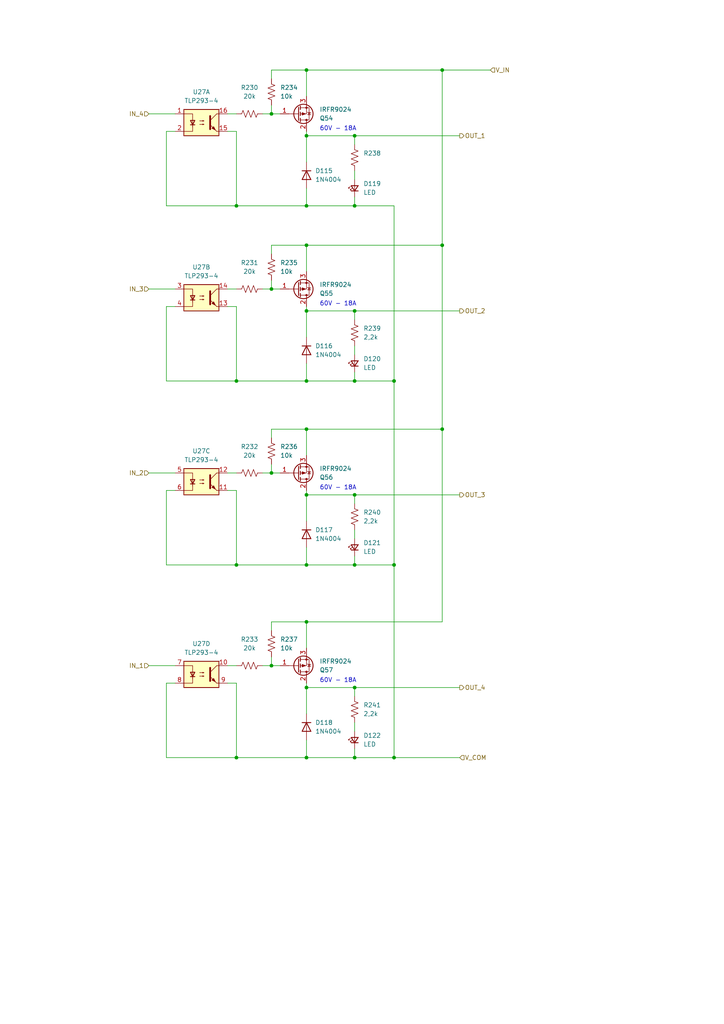
<source format=kicad_sch>
(kicad_sch (version 20231120) (generator "eeschema") (generator_version "8.0")
  (paper "A4" portrait)
  (title_block (title "Module Puissance 4 Sorties") (date "2025-02-15"))
  (lib_symbols
    (symbol "Device:LED_Small" (pin_numbers hide) (pin_names (offset 0.254) hide)
      (property "Reference" "D" (at -1.27 3.175 0))
      (property "Value" "LED_Small" (at -4.445 -2.54 0))
      (symbol "LED_Small_0_1"
        (polyline (pts (xy -0.762 -1.016) (xy -0.762 1.016)) (stroke (width 0.254)))
        (polyline (pts (xy 1.016 0) (xy -0.762 0)))
        (polyline (pts (xy 0.762 -1.016) (xy -0.762 0) (xy 0.762 1.016) (xy 0.762 -1.016)) (stroke (width 0.254)))
        (polyline (pts (xy 0 0.762) (xy -0.508 1.27) (xy -0.254 1.27) (xy -0.508 1.27) (xy -0.508 1.016)))
        (polyline (pts (xy 0.508 1.27) (xy 0 1.778) (xy 0.254 1.778) (xy 0 1.778) (xy 0 1.524)))
      )
      (symbol "LED_Small_1_1"
        (pin passive line (at -2.54 0 0) (length 1.778) (name "K") (number "1"))
        (pin passive line (at 2.54 0 180) (length 1.778) (name "A") (number "2"))
      )
    )
    (symbol "Device:R_US" (pin_numbers hide) (pin_names (offset 0))
      (property "Reference" "R" (at 2.54 0 90))
      (property "Value" "R_US" (at -2.54 0 90))
      (symbol "R_US_0_1"
        (polyline (pts (xy 0 -2.286) (xy 0 -2.54)))
        (polyline (pts (xy 0 2.286) (xy 0 2.54)))
        (polyline (pts (xy 0 -0.762) (xy 1.016 -1.143) (xy 0 -1.524) (xy -1.016 -1.905) (xy 0 -2.286)))
        (polyline (pts (xy 0 0.762) (xy 1.016 0.381) (xy 0 0) (xy -1.016 -0.381) (xy 0 -0.762)))
        (polyline (pts (xy 0 2.286) (xy 1.016 1.905) (xy 0 1.524) (xy -1.016 1.143) (xy 0 0.762)))
      )
      (symbol "R_US_1_1"
        (pin passive line (at 0 3.81 270) (length 1.27) (name "~") (number "1"))
        (pin passive line (at 0 -3.81 90) (length 1.27) (name "~") (number "2"))
      )
    )
    (symbol "Diode:1N4004" (pin_numbers hide) (pin_names hide)
      (property "Reference" "D" (at 0 2.54 0))
      (property "Value" "1N4004" (at 0 -2.54 0))
      (symbol "1N4004_0_1"
        (polyline (pts (xy -1.27 1.27) (xy -1.27 -1.27)) (stroke (width 0.254)))
        (polyline (pts (xy 1.27 0) (xy -1.27 0)))
        (polyline (pts (xy 1.27 1.27) (xy 1.27 -1.27) (xy -1.27 0) (xy 1.27 1.27)) (stroke (width 0.254)))
      )
      (symbol "1N4004_1_1"
        (pin passive line (at -3.81 0 0) (length 2.54) (name "K") (number "1"))
        (pin passive line (at 3.81 0 180) (length 2.54) (name "A") (number "2"))
      )
    )
    (symbol "Isolator:LTV-847M" (pin_names (offset 1.016))
      (property "Reference" "U" (at -3.81 5.08 0))
      (property "Value" "LTV-847M" (at 0 -5.08 0))
      (symbol "LTV-847M_0_1"
        (rectangle (start -5.08 3.81) (end 5.08 -3.81) (stroke (width 0.254)) (fill (type background)))
        (polyline (pts (xy -3.175 -0.635) (xy -1.905 -0.635)) (stroke (width 0.254)))
        (polyline (pts (xy 2.54 0.635) (xy 4.445 2.54)))
        (polyline (pts (xy 4.445 -2.54) (xy 2.54 -0.635)) (fill (type outline)))
        (polyline (pts (xy 4.445 -2.54) (xy 5.08 -2.54)))
        (polyline (pts (xy 4.445 2.54) (xy 5.08 2.54)))
        (polyline (pts (xy -2.54 -0.635) (xy -2.54 -2.54) (xy -5.08 -2.54)))
        (polyline (pts (xy 2.54 1.905) (xy 2.54 -1.905) (xy 2.54 -1.905)) (stroke (width 0.508)))
        (polyline (pts (xy -5.08 2.54) (xy -2.54 2.54) (xy -2.54 -1.27) (xy -2.54 0.635)))
        (polyline (pts (xy -2.54 -0.635) (xy -3.175 0.635) (xy -1.905 0.635) (xy -2.54 -0.635)) (stroke (width 0.254)))
        (polyline (pts (xy -0.508 -0.508) (xy 0.762 -0.508) (xy 0.381 -0.635) (xy 0.381 -0.381) (xy 0.762 -0.508)))
        (polyline (pts (xy -0.508 0.508) (xy 0.762 0.508) (xy 0.381 0.381) (xy 0.381 0.635) (xy 0.762 0.508)))
        (polyline (pts (xy 3.048 -1.651) (xy 3.556 -1.143) (xy 4.064 -2.159) (xy 3.048 -1.651) (xy 3.048 -1.651)) (fill (type outline)))
      )
      (symbol "LTV-847M_1_1"
        (pin passive line (at -7.62 2.54 0) (length 2.54) (name "~") (number "1"))
        (pin passive line (at 7.62 -2.54 180) (length 2.54) (name "~") (number "15"))
        (pin passive line (at 7.62 2.54 180) (length 2.54) (name "~") (number "16"))
        (pin passive line (at -7.62 -2.54 0) (length 2.54) (name "~") (number "2"))
      )
      (symbol "LTV-847M_2_1"
        (pin passive line (at 7.62 -2.54 180) (length 2.54) (name "~") (number "13"))
        (pin passive line (at 7.62 2.54 180) (length 2.54) (name "~") (number "14"))
        (pin passive line (at -7.62 2.54 0) (length 2.54) (name "~") (number "3"))
        (pin passive line (at -7.62 -2.54 0) (length 2.54) (name "~") (number "4"))
      )
      (symbol "LTV-847M_3_1"
        (pin passive line (at 7.62 -2.54 180) (length 2.54) (name "~") (number "11"))
        (pin passive line (at 7.62 2.54 180) (length 2.54) (name "~") (number "12"))
        (pin passive line (at -7.62 2.54 0) (length 2.54) (name "~") (number "5"))
        (pin passive line (at -7.62 -2.54 0) (length 2.54) (name "~") (number "6"))
      )
      (symbol "LTV-847M_4_1"
        (pin passive line (at 7.62 2.54 180) (length 2.54) (name "~") (number "10"))
        (pin passive line (at -7.62 2.54 0) (length 2.54) (name "~") (number "7"))
        (pin passive line (at -7.62 -2.54 0) (length 2.54) (name "~") (number "8"))
        (pin passive line (at 7.62 -2.54 180) (length 2.54) (name "~") (number "9"))
      )
    )
    (symbol "Transistor_FET:IRF4905" (pin_names hide)
      (property "Reference" "Q" (at 5.08 1.905 0))
      (property "Value" "IRF4905" (at 5.08 0 0))
      (symbol "IRF4905_0_1"
        (polyline (pts (xy 0.254 0) (xy -2.54 0)))
        (polyline (pts (xy 0.254 1.905) (xy 0.254 -1.905)) (stroke (width 0.254)))
        (polyline (pts (xy 0.762 -1.27) (xy 0.762 -2.286)) (stroke (width 0.254)))
        (polyline (pts (xy 0.762 0.508) (xy 0.762 -0.508)) (stroke (width 0.254)))
        (polyline (pts (xy 0.762 2.286) (xy 0.762 1.27)) (stroke (width 0.254)))
        (polyline (pts (xy 2.54 2.54) (xy 2.54 1.778)))
        (polyline (pts (xy 2.54 -2.54) (xy 2.54 0) (xy 0.762 0)))
        (polyline (pts (xy 0.762 1.778) (xy 3.302 1.778) (xy 3.302 -1.778) (xy 0.762 -1.778)))
        (polyline (pts (xy 2.286 0) (xy 1.27 0.381) (xy 1.27 -0.381) (xy 2.286 0)) (fill (type outline)))
        (polyline (pts (xy 2.794 -0.508) (xy 2.921 -0.381) (xy 3.683 -0.381) (xy 3.81 -0.254)))
        (polyline (pts (xy 3.302 -0.381) (xy 2.921 0.254) (xy 3.683 0.254) (xy 3.302 -0.381)))
        (circle (center 1.651 0) (radius 2.794) (stroke (width 0.254)))
        (circle (center 2.54 -1.778) (radius 0.254) (fill (type outline)))
        (circle (center 2.54 1.778) (radius 0.254) (fill (type outline)))
      )
      (symbol "IRF4905_1_1"
        (pin input line (at -5.08 0 0) (length 2.54) (name "G") (number "1"))
        (pin passive line (at 2.54 5.08 270) (length 2.54) (name "D") (number "2"))
        (pin passive line (at 2.54 -5.08 90) (length 2.54) (name "S") (number "3"))
      )
    )
  )
  (junction (at 68.58 163.83))
  (junction (at 102.87 39.37))
  (junction (at 128.27 20.32))
  (junction (at 78.74 83.82))
  (junction (at 88.9 124.46))
  (junction (at 88.9 219.71))
  (junction (at 102.87 199.39))
  (junction (at 114.3 219.71))
  (junction (at 88.9 163.83))
  (junction (at 102.87 143.51))
  (junction (at 88.9 59.69))
  (junction (at 78.74 33.02))
  (junction (at 88.9 143.51))
  (junction (at 114.3 110.49))
  (junction (at 128.27 124.46))
  (junction (at 102.87 59.69))
  (junction (at 88.9 199.39))
  (junction (at 114.3 163.83))
  (junction (at 78.74 193.04))
  (junction (at 68.58 59.69))
  (junction (at 88.9 39.37))
  (junction (at 102.87 90.17))
  (junction (at 68.58 110.49))
  (junction (at 128.27 71.12))
  (junction (at 68.58 219.71))
  (junction (at 102.87 110.49))
  (junction (at 78.74 137.16))
  (junction (at 102.87 219.71))
  (junction (at 88.9 71.12))
  (junction (at 88.9 110.49))
  (junction (at 88.9 90.17))
  (junction (at 88.9 180.34))
  (junction (at 88.9 20.32))
  (junction (at 102.87 163.83))
  (wire (pts (xy 102.87 110.49) (xy 114.3 110.49)))
  (wire (pts (xy 50.8 198.12) (xy 48.26 198.12)))
  (wire (pts (xy 48.26 163.83) (xy 68.58 163.83)))
  (wire (pts (xy 88.9 110.49) (xy 102.87 110.49)))
  (wire (pts (xy 88.9 71.12) (xy 88.9 78.74)))
  (wire (pts (xy 102.87 49.53) (xy 102.87 52.07)))
  (wire (pts (xy 102.87 107.95) (xy 102.87 110.49)))
  (wire (pts (xy 78.74 180.34) (xy 88.9 180.34)))
  (wire (pts (xy 76.2 33.02) (xy 78.74 33.02)))
  (wire (pts (xy 78.74 190.5) (xy 78.74 193.04)))
  (wire (pts (xy 88.9 180.34) (xy 128.27 180.34)))
  (wire (pts (xy 88.9 219.71) (xy 102.87 219.71)))
  (wire (pts (xy 102.87 143.51) (xy 102.87 146.05)))
  (wire (pts (xy 68.58 142.24) (xy 68.58 163.83)))
  (wire (pts (xy 88.9 20.32) (xy 88.9 27.94)))
  (wire (pts (xy 78.74 71.12) (xy 88.9 71.12)))
  (wire (pts (xy 66.04 38.1) (xy 68.58 38.1)))
  (wire (pts (xy 88.9 54.61) (xy 88.9 59.69)))
  (wire (pts (xy 88.9 199.39) (xy 88.9 207.01)))
  (wire (pts (xy 128.27 71.12) (xy 128.27 124.46)))
  (wire (pts (xy 128.27 180.34) (xy 128.27 124.46)))
  (wire (pts (xy 102.87 57.15) (xy 102.87 59.69)))
  (wire (pts (xy 50.8 142.24) (xy 48.26 142.24)))
  (wire (pts (xy 50.8 38.1) (xy 48.26 38.1)))
  (wire (pts (xy 68.58 38.1) (xy 68.58 59.69)))
  (wire (pts (xy 102.87 209.55) (xy 102.87 212.09)))
  (wire (pts (xy 43.18 193.04) (xy 50.8 193.04)))
  (wire (pts (xy 43.18 33.02) (xy 50.8 33.02)))
  (wire (pts (xy 102.87 153.67) (xy 102.87 156.21)))
  (wire (pts (xy 48.26 38.1) (xy 48.26 59.69)))
  (wire (pts (xy 48.26 142.24) (xy 48.26 163.83)))
  (wire (pts (xy 78.74 20.32) (xy 78.74 22.86)))
  (wire (pts (xy 114.3 163.83) (xy 114.3 219.71)))
  (wire (pts (xy 102.87 217.17) (xy 102.87 219.71)))
  (wire (pts (xy 114.3 163.83) (xy 114.3 110.49)))
  (wire (pts (xy 78.74 83.82) (xy 81.28 83.82)))
  (wire (pts (xy 88.9 142.24) (xy 88.9 143.51)))
  (wire (pts (xy 102.87 219.71) (xy 114.3 219.71)))
  (wire (pts (xy 66.04 193.04) (xy 68.58 193.04)))
  (wire (pts (xy 76.2 137.16) (xy 78.74 137.16)))
  (wire (pts (xy 78.74 180.34) (xy 78.74 182.88)))
  (wire (pts (xy 102.87 143.51) (xy 133.35 143.51)))
  (wire (pts (xy 78.74 30.48) (xy 78.74 33.02)))
  (wire (pts (xy 88.9 163.83) (xy 102.87 163.83)))
  (wire (pts (xy 88.9 214.63) (xy 88.9 219.71)))
  (wire (pts (xy 76.2 193.04) (xy 78.74 193.04)))
  (wire (pts (xy 102.87 39.37) (xy 133.35 39.37)))
  (wire (pts (xy 128.27 124.46) (xy 88.9 124.46)))
  (wire (pts (xy 76.2 83.82) (xy 78.74 83.82)))
  (wire (pts (xy 102.87 163.83) (xy 114.3 163.83)))
  (wire (pts (xy 68.58 59.69) (xy 88.9 59.69)))
  (wire (pts (xy 102.87 59.69) (xy 114.3 59.69)))
  (wire (pts (xy 88.9 180.34) (xy 88.9 187.96)))
  (wire (pts (xy 88.9 90.17) (xy 88.9 97.79)))
  (wire (pts (xy 88.9 105.41) (xy 88.9 110.49)))
  (wire (pts (xy 66.04 137.16) (xy 68.58 137.16)))
  (wire (pts (xy 78.74 33.02) (xy 81.28 33.02)))
  (wire (pts (xy 68.58 198.12) (xy 68.58 219.71)))
  (wire (pts (xy 88.9 39.37) (xy 88.9 46.99)))
  (wire (pts (xy 128.27 20.32) (xy 142.24 20.32)))
  (wire (pts (xy 102.87 100.33) (xy 102.87 102.87)))
  (wire (pts (xy 78.74 81.28) (xy 78.74 83.82)))
  (wire (pts (xy 102.87 90.17) (xy 133.35 90.17)))
  (wire (pts (xy 66.04 142.24) (xy 68.58 142.24)))
  (wire (pts (xy 66.04 198.12) (xy 68.58 198.12)))
  (wire (pts (xy 102.87 199.39) (xy 133.35 199.39)))
  (wire (pts (xy 88.9 90.17) (xy 102.87 90.17)))
  (wire (pts (xy 78.74 124.46) (xy 78.74 127)))
  (wire (pts (xy 66.04 33.02) (xy 68.58 33.02)))
  (wire (pts (xy 78.74 137.16) (xy 81.28 137.16)))
  (wire (pts (xy 88.9 199.39) (xy 102.87 199.39)))
  (wire (pts (xy 102.87 199.39) (xy 102.87 201.93)))
  (wire (pts (xy 88.9 143.51) (xy 88.9 151.13)))
  (wire (pts (xy 43.18 137.16) (xy 50.8 137.16)))
  (wire (pts (xy 48.26 110.49) (xy 68.58 110.49)))
  (wire (pts (xy 48.26 88.9) (xy 48.26 110.49)))
  (wire (pts (xy 88.9 59.69) (xy 102.87 59.69)))
  (wire (pts (xy 66.04 83.82) (xy 68.58 83.82)))
  (wire (pts (xy 78.74 193.04) (xy 81.28 193.04)))
  (wire (pts (xy 48.26 198.12) (xy 48.26 219.71)))
  (wire (pts (xy 88.9 88.9) (xy 88.9 90.17)))
  (wire (pts (xy 88.9 71.12) (xy 128.27 71.12)))
  (wire (pts (xy 102.87 161.29) (xy 102.87 163.83)))
  (wire (pts (xy 43.18 83.82) (xy 50.8 83.82)))
  (wire (pts (xy 88.9 38.1) (xy 88.9 39.37)))
  (wire (pts (xy 88.9 198.12) (xy 88.9 199.39)))
  (wire (pts (xy 68.58 219.71) (xy 88.9 219.71)))
  (wire (pts (xy 50.8 88.9) (xy 48.26 88.9)))
  (wire (pts (xy 68.58 88.9) (xy 68.58 110.49)))
  (wire (pts (xy 48.26 219.71) (xy 68.58 219.71)))
  (wire (pts (xy 114.3 219.71) (xy 133.35 219.71)))
  (wire (pts (xy 102.87 90.17) (xy 102.87 92.71)))
  (wire (pts (xy 88.9 20.32) (xy 128.27 20.32)))
  (wire (pts (xy 68.58 110.49) (xy 88.9 110.49)))
  (wire (pts (xy 128.27 20.32) (xy 128.27 71.12)))
  (wire (pts (xy 88.9 158.75) (xy 88.9 163.83)))
  (wire (pts (xy 78.74 71.12) (xy 78.74 73.66)))
  (wire (pts (xy 78.74 124.46) (xy 88.9 124.46)))
  (wire (pts (xy 88.9 143.51) (xy 102.87 143.51)))
  (wire (pts (xy 102.87 39.37) (xy 102.87 41.91)))
  (wire (pts (xy 66.04 88.9) (xy 68.58 88.9)))
  (wire (pts (xy 78.74 20.32) (xy 88.9 20.32)))
  (wire (pts (xy 88.9 39.37) (xy 102.87 39.37)))
  (wire (pts (xy 48.26 59.69) (xy 68.58 59.69)))
  (wire (pts (xy 68.58 163.83) (xy 88.9 163.83)))
  (wire (pts (xy 78.74 134.62) (xy 78.74 137.16)))
  (wire (pts (xy 88.9 124.46) (xy 88.9 132.08)))
  (wire (pts (xy 114.3 110.49) (xy 114.3 59.69)))
  (text "60V - 18A" (at 92.71 88.9 0) (effects (font (size 1.27 1.27)) (justify left bottom)))
  (text "60V - 18A" (at 92.71 38.1 0) (effects (font (size 1.27 1.27)) (justify left bottom)))
  (text "60V - 18A" (at 92.71 198.12 0) (effects (font (size 1.27 1.27)) (justify left bottom)))
  (text "60V - 18A" (at 92.71 142.24 0) (effects (font (size 1.27 1.27)) (justify left bottom)))
  (hierarchical_label "IN_3" (shape input) (at 43.18 83.82 180))
  (hierarchical_label "OUT_3" (shape output) (at 133.35 143.51 0))
  (hierarchical_label "IN_4" (shape input) (at 43.18 33.02 180))
  (hierarchical_label "IN_2" (shape input) (at 43.18 137.16 180))
  (hierarchical_label "OUT_1" (shape output) (at 133.35 39.37 0))
  (hierarchical_label "V_COM" (shape input) (at 133.35 219.71 0))
  (hierarchical_label "OUT_2" (shape output) (at 133.35 90.17 0))
  (hierarchical_label "OUT_4" (shape output) (at 133.35 199.39 0))
  (hierarchical_label "IN_1" (shape input) (at 43.18 193.04 180))
  (hierarchical_label "V_IN" (shape input) (at 142.24 20.32 0))
  (symbol (lib_id "Transistor_FET:IRF4905") (at 86.36 193.04 0) (mirror x) (unit 1)
    (property "Reference" "Q57" (at 92.71 194.3101 0) (effects (justify left)))
    (property "Value" "IRFR9024" (at 92.71 191.7701 0) (effects (justify left)))
    (property "Footprint" "Package_TO_SOT_SMD:TO-252-2" (effects (hide yes)))
    (property "Datasheet" "http://www.infineon.com/dgdl/irf4905.pdf?fileId=5546d462533600a4015355e32165197c" (effects (hide yes)))
    (property "Description" "-74A Id, -55V Vds, Single P-Channel HEXFET Power MOSFET, 20mOhm Ron, TO-220AB" (effects (hide yes)))
    (instances (project "64_Outs" (path "" (reference "Q57") (unit 1)) (path "" (reference "Q41") (unit 1)) (path "" (reference "Q45") (unit 1)) (path "" (reference "Q25") (unit 1)) (path "" (reference "Q13") (unit 1)) (path "" (reference "Q61") (unit 1)) (path "" (reference "Q29") (unit 1)) (path "" (reference "Q5") (unit 1)) (path "" (reference "Q49") (unit 1)) (path "" (reference "Q33") (unit 1)) (path "" (reference "Q37") (unit 1)) (path "" (reference "Q17") (unit 1)) (path "" (reference "Q9") (unit 1)) (path "" (reference "Q53") (unit 1)) (path "" (reference "Q21") (unit 1)) (path "" (reference "Q65") (unit 1))))
  )
  (symbol (lib_id "Device:LED_Small") (at 102.87 214.63 90) (unit 1)
    (property "Reference" "D122" (at 105.41 213.2964 90) (effects (justify right)))
    (property "Value" "LED" (at 105.41 215.8364 90) (effects (justify right)))
    (property "Footprint" "LED_SMD:LED_PLCC-2_3.4x3.0mm_AK" (effects (hide yes)))
    (property "Description" "Light emitting diode, small symbol" (effects (hide yes)))
    (instances (project "64_Outs" (path "" (reference "D122") (unit 1)) (path "" (reference "D90") (unit 1)) (path "" (reference "D98") (unit 1)) (path "" (reference "D58") (unit 1)) (path "" (reference "D34") (unit 1)) (path "" (reference "D130") (unit 1)) (path "" (reference "D66") (unit 1)) (path "" (reference "D18") (unit 1)) (path "" (reference "D106") (unit 1)) (path "" (reference "D74") (unit 1)) (path "" (reference "D82") (unit 1)) (path "" (reference "D42") (unit 1)) (path "" (reference "D26") (unit 1)) (path "" (reference "D114") (unit 1)) (path "" (reference "D50") (unit 1)) (path "" (reference "D138") (unit 1))))
  )
  (symbol (lib_id "Diode:1N4004") (at 88.9 50.8 270) (unit 1)
    (property "Reference" "D115" (at 91.44 49.53 90) (effects (justify left)))
    (property "Value" "1N4004" (at 91.44 52.07 90) (effects (justify left)))
    (property "Footprint" "Diode_THT:D_DO-41_SOD81_P10.16mm_Horizontal" (effects (hide yes)))
    (property "Datasheet" "http://www.vishay.com/docs/88503/1n4001.pdf" (effects (hide yes)))
    (property "Description" "400V 1A General Purpose Rectifier Diode, DO-41" (effects (hide yes)))
    (property "Sim.Device" "D" (effects (hide yes)))
    (property "Sim.Pins" "1=K 2=A" (effects (hide yes)))
    (instances (project "64_Outs" (path "" (reference "D115") (unit 1)) (path "" (reference "D83") (unit 1)) (path "" (reference "D91") (unit 1)) (path "" (reference "D51") (unit 1)) (path "" (reference "D27") (unit 1)) (path "" (reference "D123") (unit 1)) (path "" (reference "D59") (unit 1)) (path "" (reference "D11") (unit 1)) (path "" (reference "D99") (unit 1)) (path "" (reference "D67") (unit 1)) (path "" (reference "D75") (unit 1)) (path "" (reference "D35") (unit 1)) (path "" (reference "D19") (unit 1)) (path "" (reference "D107") (unit 1)) (path "" (reference "D43") (unit 1)) (path "" (reference "D131") (unit 1))))
  )
  (symbol (lib_id "Isolator:LTV-847M") (at 58.42 86.36 0) (unit 2)
    (property "Reference" "U27" (at 58.42 77.47 0))
    (property "Value" "TLP293-4" (at 58.42 80.01 0))
    (property "Footprint" "Package_SO:SSOP-16_4.4x5.2mm_P0.65mm" (effects (hide yes)))
    (property "Datasheet" "http://www.us.liteon.com/downloads/LTV-817-827-847.PDF" (effects (hide yes)))
    (property "Description" "DC Optocoupler, Vce 35V, CTR 50%, DIP-16" (effects (hide yes)))
    (instances (project "" (path "" (reference "U27") (unit 2)) (path "" (reference "U23") (unit 2)) (path "" (reference "U24") (unit 2)) (path "" (reference "U19") (unit 2)) (path "" (reference "U16") (unit 2)) (path "" (reference "U28") (unit 2)) (path "" (reference "U20") (unit 2)) (path "" (reference "U14") (unit 2)) (path "" (reference "U25") (unit 2)) (path "" (reference "U21") (unit 2)) (path "" (reference "U22") (unit 2)) (path "" (reference "U17") (unit 2)) (path "" (reference "U15") (unit 2)) (path "" (reference "U26") (unit 2)) (path "" (reference "U18") (unit 2)) (path "" (reference "U29") (unit 2))))
  )
  (symbol (lib_id "Diode:1N4004") (at 88.9 101.6 270) (unit 1)
    (property "Reference" "D116" (at 91.44 100.33 90) (effects (justify left)))
    (property "Value" "1N4004" (at 91.44 102.87 90) (effects (justify left)))
    (property "Footprint" "Diode_THT:D_DO-41_SOD81_P10.16mm_Horizontal" (effects (hide yes)))
    (property "Datasheet" "http://www.vishay.com/docs/88503/1n4001.pdf" (effects (hide yes)))
    (property "Description" "400V 1A General Purpose Rectifier Diode, DO-41" (effects (hide yes)))
    (property "Sim.Device" "D" (effects (hide yes)))
    (property "Sim.Pins" "1=K 2=A" (effects (hide yes)))
    (instances (project "64_Outs" (path "" (reference "D116") (unit 1)) (path "" (reference "D84") (unit 1)) (path "" (reference "D92") (unit 1)) (path "" (reference "D52") (unit 1)) (path "" (reference "D28") (unit 1)) (path "" (reference "D124") (unit 1)) (path "" (reference "D60") (unit 1)) (path "" (reference "D12") (unit 1)) (path "" (reference "D100") (unit 1)) (path "" (reference "D68") (unit 1)) (path "" (reference "D76") (unit 1)) (path "" (reference "D36") (unit 1)) (path "" (reference "D20") (unit 1)) (path "" (reference "D108") (unit 1)) (path "" (reference "D44") (unit 1)) (path "" (reference "D132") (unit 1))))
  )
  (symbol (lib_id "Device:R_US") (at 78.74 130.81 0) (unit 1)
    (property "Reference" "R236" (at 81.28 129.5399 0) (effects (justify left)))
    (property "Value" "10k" (at 81.28 132.0799 0) (effects (justify left)))
    (property "Footprint" "Resistor_THT:R_Axial_DIN0207_L6.3mm_D2.5mm_P10.16mm_Horizontal" (effects (hide yes)))
    (property "Description" "Resistor, US symbol" (effects (hide yes)))
    (instances (project "64_Outs" (path "" (reference "R236") (unit 1)) (path "" (reference "R172") (unit 1)) (path "" (reference "R188") (unit 1)) (path "" (reference "R108") (unit 1)) (path "" (reference "R60") (unit 1)) (path "" (reference "R252") (unit 1)) (path "" (reference "R124") (unit 1)) (path "" (reference "R28") (unit 1)) (path "" (reference "R204") (unit 1)) (path "" (reference "R140") (unit 1)) (path "" (reference "R156") (unit 1)) (path "" (reference "R76") (unit 1)) (path "" (reference "R44") (unit 1)) (path "" (reference "R220") (unit 1)) (path "" (reference "R92") (unit 1)) (path "" (reference "R268") (unit 1))))
  )
  (symbol (lib_id "Isolator:LTV-847M") (at 58.42 35.56 0) (unit 1)
    (property "Reference" "U27" (at 58.42 26.67 0))
    (property "Value" "TLP293-4" (at 58.42 29.21 0))
    (property "Footprint" "Package_SO:SSOP-16_4.4x5.2mm_P0.65mm" (effects (hide yes)))
    (property "Datasheet" "http://www.us.liteon.com/downloads/LTV-817-827-847.PDF" (effects (hide yes)))
    (property "Description" "DC Optocoupler, Vce 35V, CTR 50%, DIP-16" (effects (hide yes)))
    (instances (project "" (path "" (reference "U27") (unit 1)) (path "" (reference "U23") (unit 1)) (path "" (reference "U24") (unit 1)) (path "" (reference "U19") (unit 1)) (path "" (reference "U16") (unit 1)) (path "" (reference "U28") (unit 1)) (path "" (reference "U20") (unit 1)) (path "" (reference "U14") (unit 1)) (path "" (reference "U25") (unit 1)) (path "" (reference "U21") (unit 1)) (path "" (reference "U22") (unit 1)) (path "" (reference "U17") (unit 1)) (path "" (reference "U15") (unit 1)) (path "" (reference "U26") (unit 1)) (path "" (reference "U18") (unit 1)) (path "" (reference "U29") (unit 1))))
  )
  (symbol (lib_id "Device:R_US") (at 102.87 45.72 0) (unit 1)
    (property "Reference" "R238" (at 105.41 44.4499 0) (effects (justify left)))
    (property "Value" "2,2k" (effects (hide yes)))
    (property "Footprint" "Resistor_THT:R_Axial_DIN0207_L6.3mm_D2.5mm_P10.16mm_Horizontal" (effects (hide yes)))
    (property "Description" "Resistor, US symbol" (effects (hide yes)))
    (instances (project "64_Outs" (path "" (reference "R238") (unit 1)) (path "" (reference "R174") (unit 1)) (path "" (reference "R190") (unit 1)) (path "" (reference "R110") (unit 1)) (path "" (reference "R62") (unit 1)) (path "" (reference "R254") (unit 1)) (path "" (reference "R126") (unit 1)) (path "" (reference "R30") (unit 1)) (path "" (reference "R206") (unit 1)) (path "" (reference "R142") (unit 1)) (path "" (reference "R158") (unit 1)) (path "" (reference "R78") (unit 1)) (path "" (reference "R46") (unit 1)) (path "" (reference "R222") (unit 1)) (path "" (reference "R94") (unit 1)) (path "" (reference "R270") (unit 1))))
  )
  (symbol (lib_id "Device:R_US") (at 102.87 149.86 0) (unit 1)
    (property "Reference" "R240" (at 105.41 148.5899 0) (effects (justify left)))
    (property "Value" "2,2k" (at 105.41 151.1299 0) (effects (justify left)))
    (property "Footprint" "Resistor_THT:R_Axial_DIN0207_L6.3mm_D2.5mm_P10.16mm_Horizontal" (effects (hide yes)))
    (property "Description" "Resistor, US symbol" (effects (hide yes)))
    (instances (project "64_Outs" (path "" (reference "R240") (unit 1)) (path "" (reference "R176") (unit 1)) (path "" (reference "R192") (unit 1)) (path "" (reference "R112") (unit 1)) (path "" (reference "R64") (unit 1)) (path "" (reference "R256") (unit 1)) (path "" (reference "R128") (unit 1)) (path "" (reference "R32") (unit 1)) (path "" (reference "R208") (unit 1)) (path "" (reference "R144") (unit 1)) (path "" (reference "R160") (unit 1)) (path "" (reference "R80") (unit 1)) (path "" (reference "R48") (unit 1)) (path "" (reference "R224") (unit 1)) (path "" (reference "R96") (unit 1)) (path "" (reference "R272") (unit 1))))
  )
  (symbol (lib_id "Device:R_US") (at 78.74 186.69 0) (unit 1)
    (property "Reference" "R237" (at 81.28 185.4199 0) (effects (justify left)))
    (property "Value" "10k" (at 81.28 187.9599 0) (effects (justify left)))
    (property "Footprint" "Resistor_THT:R_Axial_DIN0207_L6.3mm_D2.5mm_P10.16mm_Horizontal" (effects (hide yes)))
    (property "Description" "Resistor, US symbol" (effects (hide yes)))
    (instances (project "64_Outs" (path "" (reference "R237") (unit 1)) (path "" (reference "R173") (unit 1)) (path "" (reference "R189") (unit 1)) (path "" (reference "R109") (unit 1)) (path "" (reference "R61") (unit 1)) (path "" (reference "R253") (unit 1)) (path "" (reference "R125") (unit 1)) (path "" (reference "R29") (unit 1)) (path "" (reference "R205") (unit 1)) (path "" (reference "R141") (unit 1)) (path "" (reference "R157") (unit 1)) (path "" (reference "R77") (unit 1)) (path "" (reference "R45") (unit 1)) (path "" (reference "R221") (unit 1)) (path "" (reference "R93") (unit 1)) (path "" (reference "R269") (unit 1))))
  )
  (symbol (lib_id "Device:R_US") (at 102.87 205.74 0) (unit 1)
    (property "Reference" "R241" (at 105.41 204.4699 0) (effects (justify left)))
    (property "Value" "2,2k" (at 105.41 207.0099 0) (effects (justify left)))
    (property "Footprint" "Resistor_THT:R_Axial_DIN0207_L6.3mm_D2.5mm_P10.16mm_Horizontal" (effects (hide yes)))
    (property "Description" "Resistor, US symbol" (effects (hide yes)))
    (instances (project "64_Outs" (path "" (reference "R241") (unit 1)) (path "" (reference "R177") (unit 1)) (path "" (reference "R193") (unit 1)) (path "" (reference "R113") (unit 1)) (path "" (reference "R65") (unit 1)) (path "" (reference "R257") (unit 1)) (path "" (reference "R129") (unit 1)) (path "" (reference "R33") (unit 1)) (path "" (reference "R209") (unit 1)) (path "" (reference "R145") (unit 1)) (path "" (reference "R161") (unit 1)) (path "" (reference "R81") (unit 1)) (path "" (reference "R49") (unit 1)) (path "" (reference "R225") (unit 1)) (path "" (reference "R97") (unit 1)) (path "" (reference "R273") (unit 1))))
  )
  (symbol (lib_id "Transistor_FET:IRF4905") (at 86.36 33.02 0) (mirror x) (unit 1)
    (property "Reference" "Q54" (at 92.71 34.2901 0) (effects (justify left)))
    (property "Value" "IRFR9024" (at 92.71 31.7501 0) (effects (justify left)))
    (property "Footprint" "Package_TO_SOT_SMD:TO-252-2" (effects (hide yes)))
    (property "Datasheet" "http://www.infineon.com/dgdl/irf4905.pdf?fileId=5546d462533600a4015355e32165197c" (effects (hide yes)))
    (property "Description" "-74A Id, -55V Vds, Single P-Channel HEXFET Power MOSFET, 20mOhm Ron, TO-220AB" (effects (hide yes)))
    (instances (project "" (path "" (reference "Q54") (unit 1)) (path "" (reference "Q38") (unit 1)) (path "" (reference "Q42") (unit 1)) (path "" (reference "Q22") (unit 1)) (path "" (reference "Q10") (unit 1)) (path "" (reference "Q58") (unit 1)) (path "" (reference "Q26") (unit 1)) (path "" (reference "Q2") (unit 1)) (path "" (reference "Q46") (unit 1)) (path "" (reference "Q30") (unit 1)) (path "" (reference "Q34") (unit 1)) (path "" (reference "Q14") (unit 1)) (path "" (reference "Q6") (unit 1)) (path "" (reference "Q50") (unit 1)) (path "" (reference "Q18") (unit 1)) (path "" (reference "Q62") (unit 1))))
  )
  (symbol (lib_id "Diode:1N4004") (at 88.9 154.94 270) (unit 1)
    (property "Reference" "D117" (at 91.44 153.67 90) (effects (justify left)))
    (property "Value" "1N4004" (at 91.44 156.21 90) (effects (justify left)))
    (property "Footprint" "Diode_THT:D_DO-41_SOD81_P10.16mm_Horizontal" (effects (hide yes)))
    (property "Datasheet" "http://www.vishay.com/docs/88503/1n4001.pdf" (effects (hide yes)))
    (property "Description" "400V 1A General Purpose Rectifier Diode, DO-41" (effects (hide yes)))
    (property "Sim.Device" "D" (effects (hide yes)))
    (property "Sim.Pins" "1=K 2=A" (effects (hide yes)))
    (instances (project "64_Outs" (path "" (reference "D117") (unit 1)) (path "" (reference "D85") (unit 1)) (path "" (reference "D93") (unit 1)) (path "" (reference "D53") (unit 1)) (path "" (reference "D29") (unit 1)) (path "" (reference "D125") (unit 1)) (path "" (reference "D61") (unit 1)) (path "" (reference "D13") (unit 1)) (path "" (reference "D101") (unit 1)) (path "" (reference "D69") (unit 1)) (path "" (reference "D77") (unit 1)) (path "" (reference "D37") (unit 1)) (path "" (reference "D21") (unit 1)) (path "" (reference "D109") (unit 1)) (path "" (reference "D45") (unit 1)) (path "" (reference "D133") (unit 1))))
  )
  (symbol (lib_id "Device:R_US") (at 72.39 193.04 270) (unit 1)
    (property "Reference" "R233" (at 72.39 185.42 90))
    (property "Value" "20k" (at 72.39 187.96 90))
    (property "Footprint" "Resistor_THT:R_Axial_DIN0207_L6.3mm_D2.5mm_P10.16mm_Horizontal" (effects (hide yes)))
    (property "Description" "Resistor, US symbol" (effects (hide yes)))
    (instances (project "64_Outs" (path "" (reference "R233") (unit 1)) (path "" (reference "R169") (unit 1)) (path "" (reference "R185") (unit 1)) (path "" (reference "R105") (unit 1)) (path "" (reference "R57") (unit 1)) (path "" (reference "R249") (unit 1)) (path "" (reference "R121") (unit 1)) (path "" (reference "R25") (unit 1)) (path "" (reference "R201") (unit 1)) (path "" (reference "R137") (unit 1)) (path "" (reference "R153") (unit 1)) (path "" (reference "R73") (unit 1)) (path "" (reference "R41") (unit 1)) (path "" (reference "R217") (unit 1)) (path "" (reference "R89") (unit 1)) (path "" (reference "R265") (unit 1))))
  )
  (symbol (lib_id "Device:R_US") (at 102.87 96.52 0) (unit 1)
    (property "Reference" "R239" (at 105.41 95.2499 0) (effects (justify left)))
    (property "Value" "2,2k" (at 105.41 97.7899 0) (effects (justify left)))
    (property "Footprint" "Resistor_THT:R_Axial_DIN0207_L6.3mm_D2.5mm_P10.16mm_Horizontal" (effects (hide yes)))
    (property "Description" "Resistor, US symbol" (effects (hide yes)))
    (instances (project "64_Outs" (path "" (reference "R239") (unit 1)) (path "" (reference "R175") (unit 1)) (path "" (reference "R191") (unit 1)) (path "" (reference "R111") (unit 1)) (path "" (reference "R63") (unit 1)) (path "" (reference "R255") (unit 1)) (path "" (reference "R127") (unit 1)) (path "" (reference "R31") (unit 1)) (path "" (reference "R207") (unit 1)) (path "" (reference "R143") (unit 1)) (path "" (reference "R159") (unit 1)) (path "" (reference "R79") (unit 1)) (path "" (reference "R47") (unit 1)) (path "" (reference "R223") (unit 1)) (path "" (reference "R95") (unit 1)) (path "" (reference "R271") (unit 1))))
  )
  (symbol (lib_id "Device:R_US") (at 78.74 26.67 0) (unit 1)
    (property "Reference" "R234" (at 81.28 25.3999 0) (effects (justify left)))
    (property "Value" "10k" (at 81.28 27.9399 0) (effects (justify left)))
    (property "Footprint" "Resistor_THT:R_Axial_DIN0207_L6.3mm_D2.5mm_P10.16mm_Horizontal" (effects (hide yes)))
    (property "Description" "Resistor, US symbol" (effects (hide yes)))
    (instances (project "64_Outs" (path "" (reference "R234") (unit 1)) (path "" (reference "R170") (unit 1)) (path "" (reference "R186") (unit 1)) (path "" (reference "R106") (unit 1)) (path "" (reference "R58") (unit 1)) (path "" (reference "R250") (unit 1)) (path "" (reference "R122") (unit 1)) (path "" (reference "R26") (unit 1)) (path "" (reference "R202") (unit 1)) (path "" (reference "R138") (unit 1)) (path "" (reference "R154") (unit 1)) (path "" (reference "R74") (unit 1)) (path "" (reference "R42") (unit 1)) (path "" (reference "R218") (unit 1)) (path "" (reference "R90") (unit 1)) (path "" (reference "R266") (unit 1))))
  )
  (symbol (lib_id "Device:LED_Small") (at 102.87 158.75 90) (unit 1)
    (property "Reference" "D121" (at 105.41 157.4164 90) (effects (justify right)))
    (property "Value" "LED" (at 105.41 159.9564 90) (effects (justify right)))
    (property "Footprint" "LED_SMD:LED_PLCC-2_3.4x3.0mm_AK" (effects (hide yes)))
    (property "Description" "Light emitting diode, small symbol" (effects (hide yes)))
    (instances (project "64_Outs" (path "" (reference "D121") (unit 1)) (path "" (reference "D89") (unit 1)) (path "" (reference "D97") (unit 1)) (path "" (reference "D57") (unit 1)) (path "" (reference "D33") (unit 1)) (path "" (reference "D129") (unit 1)) (path "" (reference "D65") (unit 1)) (path "" (reference "D17") (unit 1)) (path "" (reference "D105") (unit 1)) (path "" (reference "D73") (unit 1)) (path "" (reference "D81") (unit 1)) (path "" (reference "D41") (unit 1)) (path "" (reference "D25") (unit 1)) (path "" (reference "D113") (unit 1)) (path "" (reference "D49") (unit 1)) (path "" (reference "D137") (unit 1))))
  )
  (symbol (lib_id "Device:R_US") (at 72.39 137.16 270) (unit 1)
    (property "Reference" "R232" (at 72.39 129.54 90))
    (property "Value" "20k" (at 72.39 132.08 90))
    (property "Footprint" "Resistor_THT:R_Axial_DIN0207_L6.3mm_D2.5mm_P10.16mm_Horizontal" (effects (hide yes)))
    (property "Description" "Resistor, US symbol" (effects (hide yes)))
    (instances (project "64_Outs" (path "" (reference "R232") (unit 1)) (path "" (reference "R168") (unit 1)) (path "" (reference "R184") (unit 1)) (path "" (reference "R104") (unit 1)) (path "" (reference "R56") (unit 1)) (path "" (reference "R248") (unit 1)) (path "" (reference "R120") (unit 1)) (path "" (reference "R24") (unit 1)) (path "" (reference "R200") (unit 1)) (path "" (reference "R136") (unit 1)) (path "" (reference "R152") (unit 1)) (path "" (reference "R72") (unit 1)) (path "" (reference "R40") (unit 1)) (path "" (reference "R216") (unit 1)) (path "" (reference "R88") (unit 1)) (path "" (reference "R264") (unit 1))))
  )
  (symbol (lib_id "Device:R_US") (at 72.39 83.82 270) (unit 1)
    (property "Reference" "R231" (at 72.39 76.2 90))
    (property "Value" "20k" (at 72.39 78.74 90))
    (property "Footprint" "Resistor_THT:R_Axial_DIN0207_L6.3mm_D2.5mm_P10.16mm_Horizontal" (effects (hide yes)))
    (property "Description" "Resistor, US symbol" (effects (hide yes)))
    (instances (project "64_Outs" (path "" (reference "R231") (unit 1)) (path "" (reference "R167") (unit 1)) (path "" (reference "R183") (unit 1)) (path "" (reference "R103") (unit 1)) (path "" (reference "R55") (unit 1)) (path "" (reference "R247") (unit 1)) (path "" (reference "R119") (unit 1)) (path "" (reference "R23") (unit 1)) (path "" (reference "R199") (unit 1)) (path "" (reference "R135") (unit 1)) (path "" (reference "R151") (unit 1)) (path "" (reference "R71") (unit 1)) (path "" (reference "R39") (unit 1)) (path "" (reference "R215") (unit 1)) (path "" (reference "R87") (unit 1)) (path "" (reference "R263") (unit 1))))
  )
  (symbol (lib_id "Transistor_FET:IRF4905") (at 86.36 83.82 0) (mirror x) (unit 1)
    (property "Reference" "Q55" (at 92.71 85.0901 0) (effects (justify left)))
    (property "Value" "IRFR9024" (at 92.71 82.5501 0) (effects (justify left)))
    (property "Footprint" "Package_TO_SOT_SMD:TO-252-2" (effects (hide yes)))
    (property "Datasheet" "http://www.infineon.com/dgdl/irf4905.pdf?fileId=5546d462533600a4015355e32165197c" (effects (hide yes)))
    (property "Description" "-74A Id, -55V Vds, Single P-Channel HEXFET Power MOSFET, 20mOhm Ron, TO-220AB" (effects (hide yes)))
    (instances (project "64_Outs" (path "" (reference "Q55") (unit 1)) (path "" (reference "Q39") (unit 1)) (path "" (reference "Q43") (unit 1)) (path "" (reference "Q23") (unit 1)) (path "" (reference "Q11") (unit 1)) (path "" (reference "Q59") (unit 1)) (path "" (reference "Q27") (unit 1)) (path "" (reference "Q3") (unit 1)) (path "" (reference "Q47") (unit 1)) (path "" (reference "Q31") (unit 1)) (path "" (reference "Q35") (unit 1)) (path "" (reference "Q15") (unit 1)) (path "" (reference "Q7") (unit 1)) (path "" (reference "Q51") (unit 1)) (path "" (reference "Q19") (unit 1)) (path "" (reference "Q63") (unit 1))))
  )
  (symbol (lib_id "Isolator:LTV-847M") (at 58.42 139.7 0) (unit 3)
    (property "Reference" "U27" (at 58.42 130.81 0))
    (property "Value" "TLP293-4" (at 58.42 133.35 0))
    (property "Footprint" "Package_SO:SSOP-16_4.4x5.2mm_P0.65mm" (effects (hide yes)))
    (property "Datasheet" "http://www.us.liteon.com/downloads/LTV-817-827-847.PDF" (effects (hide yes)))
    (property "Description" "DC Optocoupler, Vce 35V, CTR 50%, DIP-16" (effects (hide yes)))
    (instances (project "" (path "" (reference "U27") (unit 3)) (path "" (reference "U23") (unit 3)) (path "" (reference "U24") (unit 3)) (path "" (reference "U19") (unit 3)) (path "" (reference "U16") (unit 3)) (path "" (reference "U28") (unit 3)) (path "" (reference "U20") (unit 3)) (path "" (reference "U14") (unit 3)) (path "" (reference "U25") (unit 3)) (path "" (reference "U21") (unit 3)) (path "" (reference "U22") (unit 3)) (path "" (reference "U17") (unit 3)) (path "" (reference "U15") (unit 3)) (path "" (reference "U26") (unit 3)) (path "" (reference "U18") (unit 3)) (path "" (reference "U29") (unit 3))))
  )
  (symbol (lib_id "Device:R_US") (at 72.39 33.02 270) (unit 1)
    (property "Reference" "R230" (at 72.39 25.4 90))
    (property "Value" "20k" (at 72.39 27.94 90))
    (property "Footprint" "Resistor_THT:R_Axial_DIN0207_L6.3mm_D2.5mm_P10.16mm_Horizontal" (effects (hide yes)))
    (property "Description" "Resistor, US symbol" (effects (hide yes)))
    (instances (project "64_Outs" (path "" (reference "R230") (unit 1)) (path "" (reference "R166") (unit 1)) (path "" (reference "R182") (unit 1)) (path "" (reference "R102") (unit 1)) (path "" (reference "R54") (unit 1)) (path "" (reference "R246") (unit 1)) (path "" (reference "R118") (unit 1)) (path "" (reference "R22") (unit 1)) (path "" (reference "R198") (unit 1)) (path "" (reference "R134") (unit 1)) (path "" (reference "R150") (unit 1)) (path "" (reference "R70") (unit 1)) (path "" (reference "R38") (unit 1)) (path "" (reference "R214") (unit 1)) (path "" (reference "R86") (unit 1)) (path "" (reference "R262") (unit 1))))
  )
  (symbol (lib_id "Device:LED_Small") (at 102.87 105.41 90) (unit 1)
    (property "Reference" "D120" (at 105.41 104.0764 90) (effects (justify right)))
    (property "Value" "LED" (at 105.41 106.6164 90) (effects (justify right)))
    (property "Footprint" "LED_SMD:LED_PLCC-2_3.4x3.0mm_AK" (effects (hide yes)))
    (property "Description" "Light emitting diode, small symbol" (effects (hide yes)))
    (instances (project "64_Outs" (path "" (reference "D120") (unit 1)) (path "" (reference "D88") (unit 1)) (path "" (reference "D96") (unit 1)) (path "" (reference "D56") (unit 1)) (path "" (reference "D32") (unit 1)) (path "" (reference "D128") (unit 1)) (path "" (reference "D64") (unit 1)) (path "" (reference "D16") (unit 1)) (path "" (reference "D104") (unit 1)) (path "" (reference "D72") (unit 1)) (path "" (reference "D80") (unit 1)) (path "" (reference "D40") (unit 1)) (path "" (reference "D24") (unit 1)) (path "" (reference "D112") (unit 1)) (path "" (reference "D48") (unit 1)) (path "" (reference "D136") (unit 1))))
  )
  (symbol (lib_id "Transistor_FET:IRF4905") (at 86.36 137.16 0) (mirror x) (unit 1)
    (property "Reference" "Q56" (at 92.71 138.4301 0) (effects (justify left)))
    (property "Value" "IRFR9024" (at 92.71 135.8901 0) (effects (justify left)))
    (property "Footprint" "Package_TO_SOT_SMD:TO-252-2" (effects (hide yes)))
    (property "Datasheet" "http://www.infineon.com/dgdl/irf4905.pdf?fileId=5546d462533600a4015355e32165197c" (effects (hide yes)))
    (property "Description" "-74A Id, -55V Vds, Single P-Channel HEXFET Power MOSFET, 20mOhm Ron, TO-220AB" (effects (hide yes)))
    (instances (project "64_Outs" (path "" (reference "Q56") (unit 1)) (path "" (reference "Q40") (unit 1)) (path "" (reference "Q44") (unit 1)) (path "" (reference "Q24") (unit 1)) (path "" (reference "Q12") (unit 1)) (path "" (reference "Q60") (unit 1)) (path "" (reference "Q28") (unit 1)) (path "" (reference "Q4") (unit 1)) (path "" (reference "Q48") (unit 1)) (path "" (reference "Q32") (unit 1)) (path "" (reference "Q36") (unit 1)) (path "" (reference "Q16") (unit 1)) (path "" (reference "Q8") (unit 1)) (path "" (reference "Q52") (unit 1)) (path "" (reference "Q20") (unit 1)) (path "" (reference "Q64") (unit 1))))
  )
  (symbol (lib_id "Device:LED_Small") (at 102.87 54.61 90) (unit 1)
    (property "Reference" "D119" (at 105.41 53.2764 90) (effects (justify right)))
    (property "Value" "LED" (at 105.41 55.8164 90) (effects (justify right)))
    (property "Footprint" "LED_SMD:LED_PLCC-2_3.4x3.0mm_AK" (effects (hide yes)))
    (property "Description" "Light emitting diode, small symbol" (effects (hide yes)))
    (instances (project "64_Outs" (path "" (reference "D119") (unit 1)) (path "" (reference "D87") (unit 1)) (path "" (reference "D95") (unit 1)) (path "" (reference "D55") (unit 1)) (path "" (reference "D31") (unit 1)) (path "" (reference "D127") (unit 1)) (path "" (reference "D63") (unit 1)) (path "" (reference "D15") (unit 1)) (path "" (reference "D103") (unit 1)) (path "" (reference "D71") (unit 1)) (path "" (reference "D79") (unit 1)) (path "" (reference "D39") (unit 1)) (path "" (reference "D23") (unit 1)) (path "" (reference "D111") (unit 1)) (path "" (reference "D47") (unit 1)) (path "" (reference "D135") (unit 1))))
  )
  (symbol (lib_id "Isolator:LTV-847M") (at 58.42 195.58 0) (unit 4)
    (property "Reference" "U27" (at 58.42 186.69 0))
    (property "Value" "TLP293-4" (at 58.42 189.23 0))
    (property "Footprint" "Package_SO:SSOP-16_4.4x5.2mm_P0.65mm" (effects (hide yes)))
    (property "Datasheet" "http://www.us.liteon.com/downloads/LTV-817-827-847.PDF" (effects (hide yes)))
    (property "Description" "DC Optocoupler, Vce 35V, CTR 50%, DIP-16" (effects (hide yes)))
    (instances (project "" (path "" (reference "U27") (unit 4)) (path "" (reference "U23") (unit 4)) (path "" (reference "U24") (unit 4)) (path "" (reference "U19") (unit 4)) (path "" (reference "U16") (unit 4)) (path "" (reference "U28") (unit 4)) (path "" (reference "U20") (unit 4)) (path "" (reference "U14") (unit 4)) (path "" (reference "U25") (unit 4)) (path "" (reference "U21") (unit 4)) (path "" (reference "U22") (unit 4)) (path "" (reference "U17") (unit 4)) (path "" (reference "U15") (unit 4)) (path "" (reference "U26") (unit 4)) (path "" (reference "U18") (unit 4)) (path "" (reference "U29") (unit 4))))
  )
  (symbol (lib_id "Device:R_US") (at 78.74 77.47 0) (unit 1)
    (property "Reference" "R235" (at 81.28 76.1999 0) (effects (justify left)))
    (property "Value" "10k" (at 81.28 78.7399 0) (effects (justify left)))
    (property "Footprint" "Resistor_THT:R_Axial_DIN0207_L6.3mm_D2.5mm_P10.16mm_Horizontal" (effects (hide yes)))
    (property "Description" "Resistor, US symbol" (effects (hide yes)))
    (instances (project "64_Outs" (path "" (reference "R235") (unit 1)) (path "" (reference "R171") (unit 1)) (path "" (reference "R187") (unit 1)) (path "" (reference "R107") (unit 1)) (path "" (reference "R59") (unit 1)) (path "" (reference "R251") (unit 1)) (path "" (reference "R123") (unit 1)) (path "" (reference "R27") (unit 1)) (path "" (reference "R203") (unit 1)) (path "" (reference "R139") (unit 1)) (path "" (reference "R155") (unit 1)) (path "" (reference "R75") (unit 1)) (path "" (reference "R43") (unit 1)) (path "" (reference "R219") (unit 1)) (path "" (reference "R91") (unit 1)) (path "" (reference "R267") (unit 1))))
  )
  (symbol (lib_id "Diode:1N4004") (at 88.9 210.82 270) (unit 1)
    (property "Reference" "D118" (at 91.44 209.55 90) (effects (justify left)))
    (property "Value" "1N4004" (at 91.44 212.09 90) (effects (justify left)))
    (property "Footprint" "Diode_THT:D_DO-41_SOD81_P10.16mm_Horizontal" (effects (hide yes)))
    (property "Datasheet" "http://www.vishay.com/docs/88503/1n4001.pdf" (effects (hide yes)))
    (property "Description" "400V 1A General Purpose Rectifier Diode, DO-41" (effects (hide yes)))
    (property "Sim.Device" "D" (effects (hide yes)))
    (property "Sim.Pins" "1=K 2=A" (effects (hide yes)))
    (instances (project "64_Outs" (path "" (reference "D118") (unit 1)) (path "" (reference "D86") (unit 1)) (path "" (reference "D94") (unit 1)) (path "" (reference "D54") (unit 1)) (path "" (reference "D30") (unit 1)) (path "" (reference "D126") (unit 1)) (path "" (reference "D62") (unit 1)) (path "" (reference "D14") (unit 1)) (path "" (reference "D102") (unit 1)) (path "" (reference "D70") (unit 1)) (path "" (reference "D78") (unit 1)) (path "" (reference "D38") (unit 1)) (path "" (reference "D22") (unit 1)) (path "" (reference "D110") (unit 1)) (path "" (reference "D46") (unit 1)) (path "" (reference "D134") (unit 1))))
  )
)
</source>
